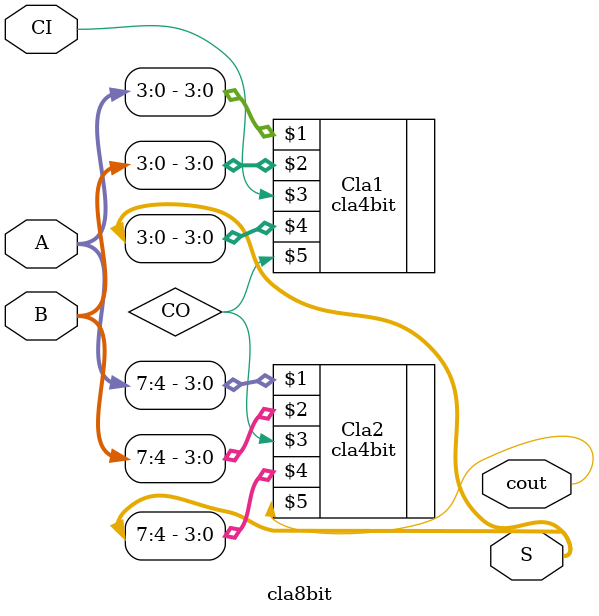
<source format=sv>
module cla8bit #(
    parameter N = 8
) (
    input [N-1:0] A, B,
    input CI,
    output logic [N-1:0] S,
    output logic cout
);

    logic CO;

    cla4bit Cla1(A[3:0], B[3:0], CI, S[3:0], CO);
    cla4bit Cla2(A[7:4], B[7:4], CO, S[7:4], cout);

endmodule


</source>
